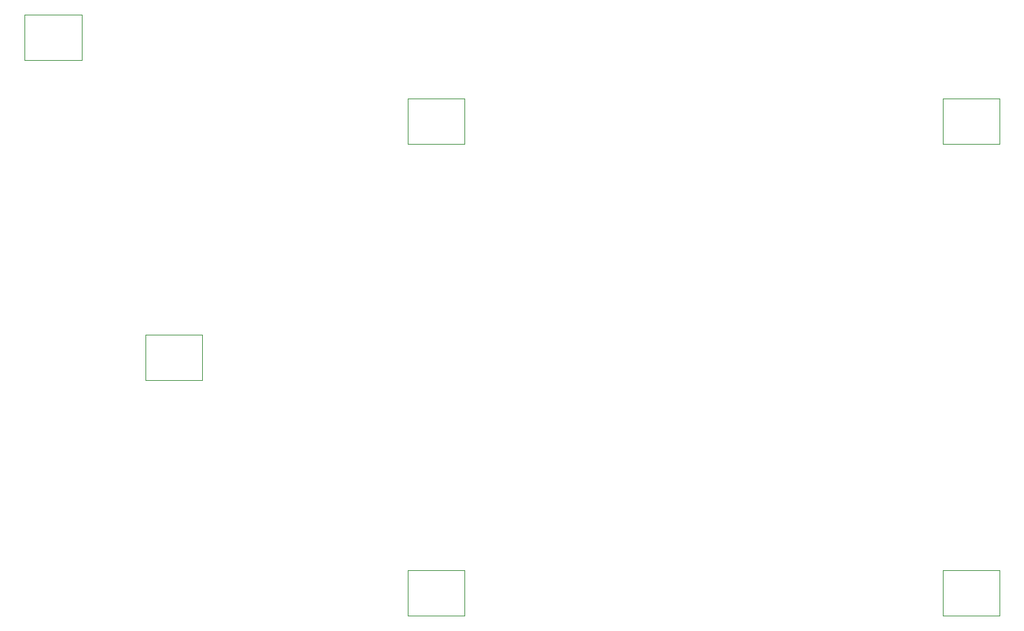
<source format=gbr>
G04 #@! TF.GenerationSoftware,KiCad,Pcbnew,(5.1.10)-1*
G04 #@! TF.CreationDate,2021-09-25T19:48:32+02:00*
G04 #@! TF.ProjectId,SheepyPad,53686565-7079-4506-9164-2e6b69636164,rev?*
G04 #@! TF.SameCoordinates,Original*
G04 #@! TF.FileFunction,Other,User*
%FSLAX46Y46*%
G04 Gerber Fmt 4.6, Leading zero omitted, Abs format (unit mm)*
G04 Created by KiCad (PCBNEW (5.1.10)-1) date 2021-09-25 19:48:32*
%MOMM*%
%LPD*%
G01*
G04 APERTURE LIST*
%ADD10C,0.050000*%
G04 APERTURE END LIST*
D10*
X108945000Y-67520000D02*
X108945000Y-62020000D01*
X108945000Y-62020000D02*
X115845000Y-62020000D01*
X115845000Y-62020000D02*
X115845000Y-67520000D01*
X115845000Y-67520000D02*
X108945000Y-67520000D01*
X108945000Y-119170000D02*
X115845000Y-119170000D01*
X108945000Y-124670000D02*
X108945000Y-119170000D01*
X115845000Y-124670000D02*
X108945000Y-124670000D01*
X115845000Y-119170000D02*
X115845000Y-124670000D01*
X173715000Y-67520000D02*
X173715000Y-62020000D01*
X173715000Y-62020000D02*
X180615000Y-62020000D01*
X180615000Y-62020000D02*
X180615000Y-67520000D01*
X180615000Y-67520000D02*
X173715000Y-67520000D01*
X84095000Y-90595000D02*
X84095000Y-96095000D01*
X84095000Y-96095000D02*
X77195000Y-96095000D01*
X77195000Y-96095000D02*
X77195000Y-90595000D01*
X77195000Y-90595000D02*
X84095000Y-90595000D01*
X180615000Y-119170000D02*
X180615000Y-124670000D01*
X180615000Y-124670000D02*
X173715000Y-124670000D01*
X173715000Y-124670000D02*
X173715000Y-119170000D01*
X173715000Y-119170000D02*
X180615000Y-119170000D01*
X69490000Y-51860000D02*
X69490000Y-57360000D01*
X69490000Y-57360000D02*
X62590000Y-57360000D01*
X62590000Y-57360000D02*
X62590000Y-51860000D01*
X62590000Y-51860000D02*
X69490000Y-51860000D01*
M02*

</source>
